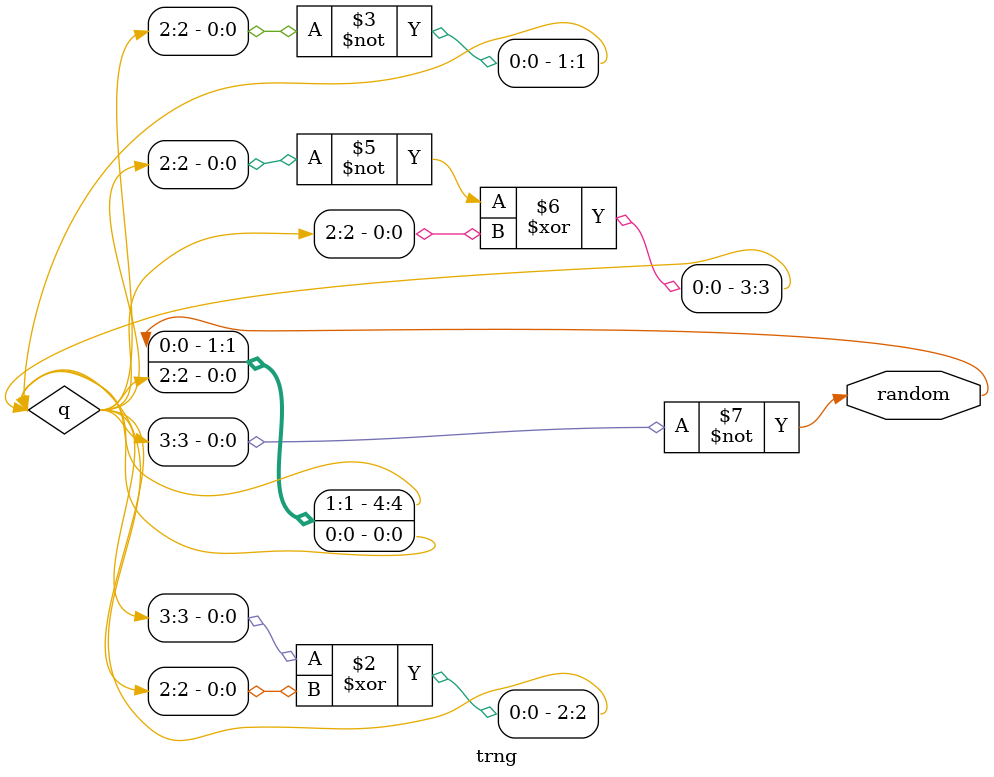
<source format=sv>
`timescale 1ns/1ps

module trng (
    output logic random
);

    (* keep = "true" *) logic [4:0] q;

    assign q[0] = ~q[4] ^ q[0];
    assign q[1] = ~q[0];
    assign q[2] = ~q[1];
    assign q[3] = ~q[2] ^ q[0];
    assign q[4] = ~q[3];

    assign random = q[4];

endmodule

</source>
